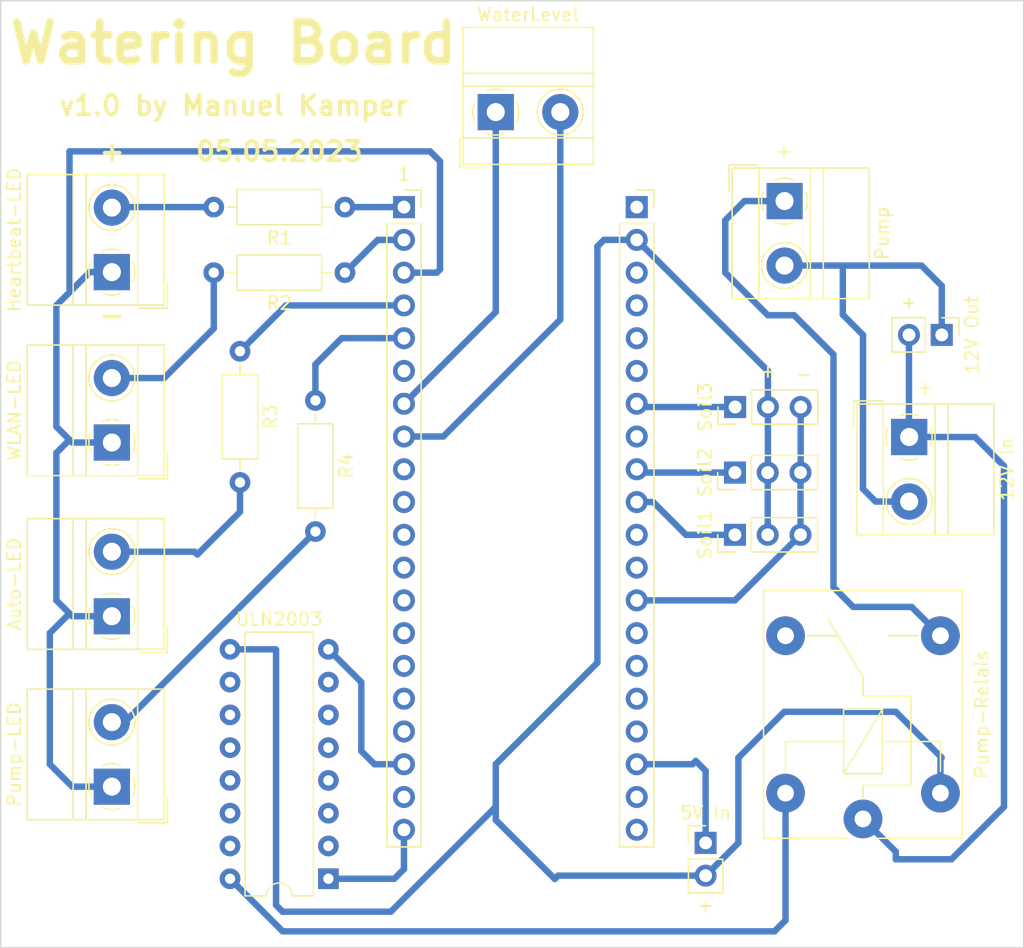
<source format=kicad_pcb>
(kicad_pcb (version 20211014) (generator pcbnew)
  (layers (0 "F.Cu" signal) (31 "B.Cu" signal) (34 "B.Paste" user) (35 "F.Paste" user) (36 "B.SilkS" user "B.Silkscreen") (37 "F.SilkS" user "F.Silkscreen") (38 "B.Mask" user) (39 "F.Mask" user) (44 "Edge.Cuts" user))
  (net 0 "")
  (net 1 "Net-(J2-Pad1)")
  (net 2 "Net-(J2-Pad2)")
  (net 5 "Net-(J2-Pad18)")
  (net 11 "Net-(J3-Pad2)")
  (net 12 "Net-(J3-Pad7)")
  (net 15 "Net-(J3-Pad9)")
  (net 25 "Net-(Pump-Relais1-Pad11)")
  (net 32 "Net-(J2-Pad4)")
  (net 33 "Net-(J2-Pad5)")
  (net 42 "Net-(5V-In1-Pad1)")
  (net 43 "Net-(J3-Pad10)")
  (net 44 "Net-(Soil1-Pad3)")
  (net 49 "Net-(J2-Pad20)")
  (net 51 "Net-(R2-Pad2)")
  (net 52 "Net-(R3-Pad2)")
  (net 53 "Net-(Pump-LED1-Pad1)")
  (net 54 "Net-(Heartbeat-LED1-Pad2)")
  (net 55 "Net-(Pump-LED1-Pad2)")
  (net 56 "Net-(Pump-Relais1-Pad14)")
  (net 57 "Net-(Pump-Relais1-PadA2)")
  (net 58 "Net-(Pumpe1-Pad2)")
  (net 59 "Net-(J2-Pad7)")
  (net 60 "Net-(J2-Pad8)")
  (footprint "TerminalBlock_MetzConnect:TerminalBlock_MetzConnect_Type011_RT05502HBWC_1x02_P5.00mm_Horizontal" (layer "F.Cu") (at 147.3 122.388 90)
    (fp_text reference "Pump-LED" (at 2.5 -7.56 90) (layer "F.SilkS"))
    (fp_text value "Screw_Terminal_01x02" hide)
    (fp_line (start -2.8 4.3) (end -0.8 4.3) (layer "F.SilkS") (width 0.12))
    (fp_line (start -2.56 -6.56) (end 7.56 -6.56) (layer "F.SilkS") (width 0.12))
    (fp_line (start -2.56 2) (end 7.56 2) (layer "F.SilkS") (width 0.12))
    (fp_line (start -2.56 -2) (end 7.56 -2) (layer "F.SilkS") (width 0.12))
    (fp_line (start -2.56 4.06) (end 7.56 4.06) (layer "F.SilkS") (width 0.12))
    (fp_line (start 3.7 1.083) (end 3.65 1.133) (layer "F.SilkS") (width 0.12))
    (fp_line (start 7.56 -6.56) (end 7.56 4.06) (layer "F.SilkS") (width 0.12))
    (fp_line (start -2.8 2.06) (end -2.8 4.3) (layer "F.SilkS") (width 0.12))
    (fp_line (start -2.56 -6.56) (end -2.56 4.06) (layer "F.SilkS") (width 0.12))
    (fp_line (start -2.56 -3) (end 7.56 -3) (layer "F.SilkS") (width 0.12))
    (fp_line (start 6.35 -1.133) (end 6.301 -1.083) (layer "F.SilkS") (width 0.12))
    (fp_line (start 6.133 -1.35) (end 6.108 -1.326) (layer "F.SilkS") (width 0.12))
    (fp_line (start 3.892 1.325) (end 3.868 1.35) (layer "F.SilkS") (width 0.12))
    (fp_arc (start -1.639206 0.695516) (mid -1.780657 -0.000263) (end -1.639 -0.696) (layer "F.SilkS") (width 0.12))
    (fp_arc (start 0.695501 1.638499) (mid 0.354875 1.744266) (end 0 1.78) (layer "F.SilkS") (width 0.12))
    (fp_arc (start 1.639206 -0.695516) (mid 1.780657 0.000263) (end 1.639 0.696) (layer "F.SilkS") (width 0.12))
    (fp_arc (start -0.695516 -1.639206) (mid 0.000263 -1.780657) (end 0.696 -1.639) (layer "F.SilkS") (width 0.12))
    (fp_arc (start 0.030814 1.78039) (mid -0.340023 1.747891) (end -0.696 1.639) (layer "F.SilkS") (width 0.12))
    (fp_circle (center 5 0) (end 6.78 0) (layer "F.SilkS") (width 0.12) (fill none))
    (pad "1" thru_hole rect (at 0 0 90) (size 2.8 2.8) (drill 1.4) (layers *.Cu *.Mask) (net 53 "Net-(Pump-LED1-Pad1)"))
    (pad "2" thru_hole circle (at 5 0 90) (size 2.8 2.8) (drill 1.4) (layers *.Cu *.Mask) (net 55 "Net-(Pump-LED1-Pad2)"))
  )
  (footprint "Resistor_THT:R_Axial_DIN0207_L6.3mm_D2.5mm_P10.16mm_Horizontal" (layer "F.Cu") (at 163.068 92.456 -90)
    (fp_text reference "R4" (at 5.08 -2.37 -270) (layer "F.SilkS"))
    (fp_text value "R" hide)
    (fp_line (start 8.35 1.37) (end 8.35 -1.37) (layer "F.SilkS") (width 0.12))
    (fp_line (start 9.12 0) (end 8.35 0) (layer "F.SilkS") (width 0.12))
    (fp_line (start 1.04 0) (end 1.81 0) (layer "F.SilkS") (width 0.12))
    (fp_line (start 1.81 1.37) (end 8.35 1.37) (layer "F.SilkS") (width 0.12))
    (fp_line (start 1.81 -1.37) (end 1.81 1.37) (layer "F.SilkS") (width 0.12))
    (fp_line (start 8.35 -1.37) (end 1.81 -1.37) (layer "F.SilkS") (width 0.12))
    (pad "1" thru_hole circle (at 0 0 270) (size 1.6 1.6) (drill 0.8) (layers *.Cu *.Mask) (net 33 "Net-(J2-Pad5)"))
    (pad "2" thru_hole oval (at 10.16 0 270) (size 1.6 1.6) (drill 0.8) (layers *.Cu *.Mask) (net 55 "Net-(Pump-LED1-Pad2)"))
  )
  (footprint "Connector_PinHeader_2.54mm:PinHeader_1x02_P2.54mm_Vertical" (layer "F.Cu") (at 193.294 126.746)
    (fp_text reference "5V In" (at 0 -2.33) (layer "F.SilkS"))
    (fp_text value "Conn_01x02_Male" hide)
    (fp_line (start -1.33 1.27) (end 1.33 1.27) (layer "F.SilkS") (width 0.12))
    (fp_line (start -1.33 -1.33) (end 0 -1.33) (layer "F.SilkS") (width 0.12))
    (fp_line (start 1.33 1.27) (end 1.33 3.87) (layer "F.SilkS") (width 0.12))
    (fp_line (start -1.33 3.87) (end 1.33 3.87) (layer "F.SilkS") (width 0.12))
    (fp_line (start -1.33 0) (end -1.33 -1.33) (layer "F.SilkS") (width 0.12))
    (fp_line (start -1.33 1.27) (end -1.33 3.87) (layer "F.SilkS") (width 0.12))
    (pad "1" thru_hole rect (at 0 0) (size 1.7 1.7) (drill 1) (layers *.Cu *.Mask) (net 42 "Net-(5V-In1-Pad1)"))
    (pad "2" thru_hole oval (at 0 2.54) (size 1.7 1.7) (drill 1) (layers *.Cu *.Mask) (net 11 "Net-(J3-Pad2)"))
  )
  (footprint "Package_DIP:DIP-16_W7.62mm" (layer "F.Cu") (at 164.074 129.525 180)
    (fp_text reference "U2" hide)
    (fp_text value "ULN2003" (at 3.81 20.11) (layer "F.SilkS"))
    (fp_line (start 1.16 19.11) (end 6.46 19.11) (layer "F.SilkS") (width 0.12))
    (fp_line (start 6.46 -1.33) (end 4.81 -1.33) (layer "F.SilkS") (width 0.12))
    (fp_line (start 2.81 -1.33) (end 1.16 -1.33) (layer "F.SilkS") (width 0.12))
    (fp_line (start 1.16 -1.33) (end 1.16 19.11) (layer "F.SilkS") (width 0.12))
    (fp_line (start 6.46 19.11) (end 6.46 -1.33) (layer "F.SilkS") (width 0.12))
    (fp_arc (start 4.81 -1.33) (mid 3.81 -0.33) (end 2.81 -1.33) (layer "F.SilkS") (width 0.12))
    (pad "1" thru_hole rect (at 0 0 180) (size 1.6 1.6) (drill 0.8) (layers *.Cu *.Mask) (net 49 "Net-(J2-Pad20)"))
    (pad "2" thru_hole oval (at 0 2.54 180) (size 1.6 1.6) (drill 0.8) (layers *.Cu *.Mask))
    (pad "3" thru_hole oval (at 0 5.08 180) (size 1.6 1.6) (drill 0.8) (layers *.Cu *.Mask))
    (pad "4" thru_hole oval (at 0 7.62 180) (size 1.6 1.6) (drill 0.8) (layers *.Cu *.Mask))
    (pad "5" thru_hole oval (at 0 10.16 180) (size 1.6 1.6) (drill 0.8) (layers *.Cu *.Mask))
    (pad "6" thru_hole oval (at 0 12.7 180) (size 1.6 1.6) (drill 0.8) (layers *.Cu *.Mask))
    (pad "7" thru_hole oval (at 0 15.24 180) (size 1.6 1.6) (drill 0.8) (layers *.Cu *.Mask))
    (pad "8" thru_hole oval (at 0 17.78 180) (size 1.6 1.6) (drill 0.8) (layers *.Cu *.Mask) (net 5 "Net-(J2-Pad18)"))
    (pad "9" thru_hole oval (at 7.62 17.78 180) (size 1.6 1.6) (drill 0.8) (layers *.Cu *.Mask) (net 11 "Net-(J3-Pad2)"))
    (pad "10" thru_hole oval (at 7.62 15.24 180) (size 1.6 1.6) (drill 0.8) (layers *.Cu *.Mask))
    (pad "11" thru_hole oval (at 7.62 12.7 180) (size 1.6 1.6) (drill 0.8) (layers *.Cu *.Mask))
    (pad "12" thru_hole oval (at 7.62 10.16 180) (size 1.6 1.6) (drill 0.8) (layers *.Cu *.Mask))
    (pad "13" thru_hole oval (at 7.62 7.62 180) (size 1.6 1.6) (drill 0.8) (layers *.Cu *.Mask))
    (pad "14" thru_hole oval (at 7.62 5.08 180) (size 1.6 1.6) (drill 0.8) (layers *.Cu *.Mask))
    (pad "15" thru_hole oval (at 7.62 2.54 180) (size 1.6 1.6) (drill 0.8) (layers *.Cu *.Mask))
    (pad "16" thru_hole oval (at 7.62 0 180) (size 1.6 1.6) (drill 0.8) (layers *.Cu *.Mask) (net 57 "Net-(Pump-Relais1-PadA2)"))
  )
  (footprint "TerminalBlock_MetzConnect:TerminalBlock_MetzConnect_Type011_RT05502HBWC_1x02_P5.00mm_Horizontal" (layer "F.Cu") (at 147.3 82.51 90)
    (fp_text reference "Heartbeat-LED" (at 2.5 -7.56 90) (layer "F.SilkS"))
    (fp_text value "Screw_Terminal_01x02" hide)
    (fp_line (start 3.7 1.083) (end 3.65 1.133) (layer "F.SilkS") (width 0.12))
    (fp_line (start 7.56 -6.56) (end 7.56 4.06) (layer "F.SilkS") (width 0.12))
    (fp_line (start 6.35 -1.133) (end 6.301 -1.083) (layer "F.SilkS") (width 0.12))
    (fp_line (start -2.56 -6.56) (end -2.56 4.06) (layer "F.SilkS") (width 0.12))
    (fp_line (start -2.8 2.06) (end -2.8 4.3) (layer "F.SilkS") (width 0.12))
    (fp_line (start 3.892 1.325) (end 3.868 1.35) (layer "F.SilkS") (width 0.12))
    (fp_line (start -2.56 -2) (end 7.56 -2) (layer "F.SilkS") (width 0.12))
    (fp_line (start -2.56 2) (end 7.56 2) (layer "F.SilkS") (width 0.12))
    (fp_line (start -2.56 -3) (end 7.56 -3) (layer "F.SilkS") (width 0.12))
    (fp_line (start -2.56 4.06) (end 7.56 4.06) (layer "F.SilkS") (width 0.12))
    (fp_line (start -2.56 -6.56) (end 7.56 -6.56) (layer "F.SilkS") (width 0.12))
    (fp_line (start -2.8 4.3) (end -0.8 4.3) (layer "F.SilkS") (width 0.12))
    (fp_line (start 6.133 -1.35) (end 6.108 -1.326) (layer "F.SilkS") (width 0.12))
    (fp_arc (start 0.695501 1.638499) (mid 0.354875 1.744266) (end 0 1.78) (layer "F.SilkS") (width 0.12))
    (fp_arc (start 1.639206 -0.695516) (mid 1.780657 0.000263) (end 1.639 0.696) (layer "F.SilkS") (width 0.12))
    (fp_arc (start 0.030814 1.78039) (mid -0.340023 1.747891) (end -0.696 1.639) (layer "F.SilkS") (width 0.12))
    (fp_arc (start -1.639206 0.695516) (mid -1.780657 -0.000263) (end -1.639 -0.696) (layer "F.SilkS") (width 0.12))
    (fp_arc (start -0.695516 -1.639206) (mid 0.000263 -1.780657) (end 0.696 -1.639) (layer "F.SilkS") (width 0.12))
    (fp_circle (center 5 0) (end 6.78 0) (layer "F.SilkS") (width 0.12) (fill none))
    (pad "1" thru_hole rect (at 0 0 90) (size 2.8 2.8) (drill 1.4) (layers *.Cu *.Mask) (net 53 "Net-(Pump-LED1-Pad1)"))
    (pad "2" thru_hole circle (at 5 0 90) (size 2.8 2.8) (drill 1.4) (layers *.Cu *.Mask) (net 54 "Net-(Heartbeat-LED1-Pad2)"))
  )
  (footprint "Connector_PinHeader_2.54mm:PinHeader_1x02_P2.54mm_Vertical" (layer "F.Cu") (at 211.587 87.376 -90)
    (fp_text reference "12V Out" (at 0 -2.33 90) (layer "F.SilkS"))
    (fp_text value "Conn_01x02_Male" hide)
    (fp_line (start -1.33 1.27) (end 1.33 1.27) (layer "F.SilkS") (width 0.12))
    (fp_line (start -1.33 3.87) (end 1.33 3.87) (layer "F.SilkS") (width 0.12))
    (fp_line (start 1.33 1.27) (end 1.33 3.87) (layer "F.SilkS") (width 0.12))
    (fp_line (start -1.33 1.27) (end -1.33 3.87) (layer "F.SilkS") (width 0.12))
    (fp_line (start -1.33 -1.33) (end 0 -1.33) (layer "F.SilkS") (width 0.12))
    (fp_line (start -1.33 0) (end -1.33 -1.33) (layer "F.SilkS") (width 0.12))
    (pad "1" thru_hole rect (at 0 0 270) (size 1.7 1.7) (drill 1) (layers *.Cu *.Mask) (net 58 "Net-(Pumpe1-Pad2)"))
    (pad "2" thru_hole oval (at 0 2.54 270) (size 1.7 1.7) (drill 1) (layers *.Cu *.Mask) (net 25 "Net-(Pump-Relais1-Pad11)"))
  )
  (footprint "Relay_THT:Relay_SPDT_Finder_36.11" (layer "F.Cu") (at 205.486 124.89 90)
    (fp_text reference "Pump-Relais" (at 8.1 9.2 90) (layer "F.SilkS"))
    (fp_text value "FINDER-36.11" hide)
    (fp_line (start 17.7 7.7) (end -1.5 7.7) (layer "F.SilkS") (width 0.12))
    (fp_line (start 6 -6) (end 6 -1.5) (layer "F.SilkS") (width 0.12))
    (fp_line (start 8.5 1.5) (end 3.5 1.5) (layer "F.SilkS") (width 0.12))
    (fp_line (start 8.5 1.5) (end 3.5 -1.5) (layer "F.SilkS") (width 0.12))
    (fp_line (start -1.5 -7.7) (end -1.5 -1.2) (layer "F.SilkS") (width 0.12))
    (fp_line (start -1.5 -7.7) (end 17.7 -7.7) (layer "F.SilkS") (width 0.12))
    (fp_line (start 6 1.5) (end 6 6) (layer "F.SilkS") (width 0.12))
    (fp_line (start 3.7 6) (end 6 6) (layer "F.SilkS") (width 0.12))
    (fp_line (start 9.5 3.7) (end 2.6 3.7) (layer "F.SilkS") (width 0.12))
    (fp_line (start 9.5 0) (end 11 0) (layer "F.SilkS") (width 0.12))
    (fp_line (start 3.5 1.5) (end 3.5 -1.5) (layer "F.SilkS") (width 0.12))
    (fp_line (start 6 -6) (end 3.7 -6) (layer "F.SilkS") (width 0.12))
    (fp_line (start 17.7 -7.7) (end 17.7 7.7) (layer "F.SilkS") (width 0.12))
    (fp_line (start 14.2 4.3) (end 14.2 2) (layer "F.SilkS") (width 0.12))
    (fp_line (start 2.6 0) (end 1.7 0) (layer "F.SilkS") (width 0.12))
    (fp_line (start 3.5 -1.5) (end 8.5 -1.5) (layer "F.SilkS") (width 0.12))
    (fp_line (start -1.5 1.2) (end -1.5 7.7) (layer "F.SilkS") (width 0.12))
    (fp_line (start 11 0) (end 15.5 -2.7) (layer "F.SilkS") (width 0.12))
    (fp_line (start 2.6 0) (end 2.6 3.7) (layer "F.SilkS") (width 0.12))
    (fp_line (start 9.5 0) (end 9.5 3.7) (layer "F.SilkS") (width 0.12))
    (fp_line (start 14.2 -4.3) (end 14.2 -2) (layer "F.SilkS") (width 0.12))
    (fp_line (start 8.5 -1.5) (end 8.5 1.5) (layer "F.SilkS") (width 0.12))
    (pad "11" thru_hole circle (at 0 0 90) (size 3 3) (drill 1.3) (layers *.Cu *.Mask) (net 25 "Net-(Pump-Relais1-Pad11)"))
    (pad "12" thru_hole circle (at 14.2 -6 90) (size 3 3) (drill 1.3) (layers *.Cu *.Mask))
    (pad "14" thru_hole circle (at 14.2 6 90) (size 3 3) (drill 1.3) (layers *.Cu *.Mask) (net 56 "Net-(Pump-Relais1-Pad14)"))
    (pad "A1" thru_hole circle (at 2 6 90) (size 3 3) (drill 1.3) (layers *.Cu *.Mask) (net 11 "Net-(J3-Pad2)"))
    (pad "A2" thru_hole circle (at 2 -6 90) (size 3 3) (drill 1.3) (layers *.Cu *.Mask) (net 57 "Net-(Pump-Relais1-PadA2)"))
  )
  (footprint "Resistor_THT:R_Axial_DIN0207_L6.3mm_D2.5mm_P10.16mm_Horizontal" (layer "F.Cu") (at 165.354 77.47 180)
    (fp_text reference "R1" (at 5.08 -2.37) (layer "F.SilkS"))
    (fp_text value "R" hide)
    (fp_line (start 1.04 0) (end 1.81 0) (layer "F.SilkS") (width 0.12))
    (fp_line (start 1.81 1.37) (end 8.35 1.37) (layer "F.SilkS") (width 0.12))
    (fp_line (start 1.81 -1.37) (end 1.81 1.37) (layer "F.SilkS") (width 0.12))
    (fp_line (start 8.35 -1.37) (end 1.81 -1.37) (layer "F.SilkS") (width 0.12))
    (fp_line (start 8.35 1.37) (end 8.35 -1.37) (layer "F.SilkS") (width 0.12))
    (fp_line (start 9.12 0) (end 8.35 0) (layer "F.SilkS") (width 0.12))
    (pad "1" thru_hole circle (at 0 0 180) (size 1.6 1.6) (drill 0.8) (layers *.Cu *.Mask) (net 1 "Net-(J2-Pad1)"))
    (pad "2" thru_hole oval (at 10.16 0 180) (size 1.6 1.6) (drill 0.8) (layers *.Cu *.Mask) (net 54 "Net-(Heartbeat-LED1-Pad2)"))
  )
  (footprint "TerminalBlock_MetzConnect:TerminalBlock_MetzConnect_Type011_RT05502HBWC_1x02_P5.00mm_Horizontal" (layer "F.Cu") (at 199.41 77.002 -90)
    (fp_text reference "Pump" (at 2.5 -7.56 90) (layer "F.SilkS"))
    (fp_text value "Screw_Terminal_01x02" hide)
    (fp_line (start 7.56 -6.56) (end 7.56 4.06) (layer "F.SilkS") (width 0.12))
    (fp_line (start -2.56 -2) (end 7.56 -2) (layer "F.SilkS") (width 0.12))
    (fp_line (start -2.56 2) (end 7.56 2) (layer "F.SilkS") (width 0.12))
    (fp_line (start -2.56 -3) (end 7.56 -3) (layer "F.SilkS") (width 0.12))
    (fp_line (start 3.892 1.325) (end 3.868 1.35) (layer "F.SilkS") (width 0.12))
    (fp_line (start 6.35 -1.133) (end 6.301 -1.083) (layer "F.SilkS") (width 0.12))
    (fp_line (start 3.7 1.083) (end 3.65 1.133) (layer "F.SilkS") (width 0.12))
    (fp_line (start -2.8 2.06) (end -2.8 4.3) (layer "F.SilkS") (width 0.12))
    (fp_line (start -2.56 4.06) (end 7.56 4.06) (layer "F.SilkS") (width 0.12))
    (fp_line (start -2.56 -6.56) (end 7.56 -6.56) (layer "F.SilkS") (width 0.12))
    (fp_line (start -2.56 -6.56) (end -2.56 4.06) (layer "F.SilkS") (width 0.12))
    (fp_line (start -2.8 4.3) (end -0.8 4.3) (layer "F.SilkS") (width 0.12))
    (fp_line (start 6.133 -1.35) (end 6.108 -1.326) (layer "F.SilkS") (width 0.12))
    (fp_arc (start -0.695516 -1.639206) (mid 0.000263 -1.780657) (end 0.696 -1.639) (layer "F.SilkS") (width 0.12))
    (fp_arc (start -1.639206 0.695516) (mid -1.780657 -0.000263) (end -1.639 -0.696) (layer "F.SilkS") (width 0.12))
    (fp_arc (start 0.695501 1.638499) (mid 0.354875 1.744266) (end 0 1.78) (layer "F.SilkS") (width 0.12))
    (fp_arc (start 1.639206 -0.695516) (mid 1.780657 0.000263) (end 1.639 0.696) (layer "F.SilkS") (width 0.12))
    (fp_arc (start 0.030814 1.78039) (mid -0.340023 1.747891) (end -0.696 1.639) (layer "F.SilkS") (width 0.12))
    (fp_circle (center 5 0) (end 6.78 0) (layer "F.SilkS") (width 0.12) (fill none))
    (pad "1" thru_hole rect (at 0 0 270) (size 2.8 2.8) (drill 1.4) (layers *.Cu *.Mask) (net 56 "Net-(Pump-Relais1-Pad14)"))
    (pad "2" thru_hole circle (at 5 0 270) (size 2.8 2.8) (drill 1.4) (layers *.Cu *.Mask) (net 58 "Net-(Pumpe1-Pad2)"))
  )
  (footprint "TerminalBlock_MetzConnect:TerminalBlock_MetzConnect_Type011_RT05502HBWC_1x02_P5.00mm_Horizontal" (layer "F.Cu") (at 147.3 109.18 90)
    (fp_text reference "Auto-LED" (at 2.5 -7.56 90) (layer "F.SilkS"))
    (fp_text value "Screw_Terminal_01x02" hide)
    (fp_line (start -2.56 -6.56) (end -2.56 4.06) (layer "F.SilkS") (width 0.12))
    (fp_line (start -2.8 4.3) (end -0.8 4.3) (layer "F.SilkS") (width 0.12))
    (fp_line (start -2.56 -2) (end 7.56 -2) (layer "F.SilkS") (width 0.12))
    (fp_line (start 7.56 -6.56) (end 7.56 4.06) (layer "F.SilkS") (width 0.12))
    (fp_line (start 3.892 1.325) (end 3.868 1.35) (layer "F.SilkS") (width 0.12))
    (fp_line (start -2.8 2.06) (end -2.8 4.3) (layer "F.SilkS") (width 0.12))
    (fp_line (start -2.56 4.06) (end 7.56 4.06) (layer "F.SilkS") (width 0.12))
    (fp_line (start 6.133 -1.35) (end 6.108 -1.326) (layer "F.SilkS") (width 0.12))
    (fp_line (start 3.7 1.083) (end 3.65 1.133) (layer "F.SilkS") (width 0.12))
    (fp_line (start -2.56 2) (end 7.56 2) (layer "F.SilkS") (width 0.12))
    (fp_line (start -2.56 -6.56) (end 7.56 -6.56) (layer "F.SilkS") (width 0.12))
    (fp_line (start -2.56 -3) (end 7.56 -3) (layer "F.SilkS") (width 0.12))
    (fp_line (start 6.35 -1.133) (end 6.301 -1.083) (layer "F.SilkS") (width 0.12))
    (fp_arc (start 1.639206 -0.695516) (mid 1.780657 0.000263) (end 1.639 0.696) (layer "F.SilkS") (width 0.12))
    (fp_arc (start 0.695501 1.638499) (mid 0.354875 1.744266) (end 0 1.78) (layer "F.SilkS") (width 0.12))
    (fp_arc (start -0.695516 -1.639206) (mid 0.000263 -1.780657) (end 0.696 -1.639) (layer "F.SilkS") (width 0.12))
    (fp_arc (start 0.030814 1.78039) (mid -0.340023 1.747891) (end -0.696 1.639) (layer "F.SilkS") (width 0.12))
    (fp_arc (start -1.639206 0.695516) (mid -1.780657 -0.000263) (end -1.639 -0.696) (layer "F.SilkS") (width 0.12))
    (fp_circle (center 5 0) (end 6.78 0) (layer "F.SilkS") (width 0.12) (fill none))
    (pad "1" thru_hole rect (at 0 0 90) (size 2.8 2.8) (drill 1.4) (layers *.Cu *.Mask) (net 53 "Net-(Pump-LED1-Pad1)"))
    (pad "2" thru_hole circle (at 5 0 90) (size 2.8 2.8) (drill 1.4) (layers *.Cu *.Mask) (net 52 "Net-(R3-Pad2)"))
  )
  (footprint "Connector_PinSocket_2.54mm:PinSocket_1x20_P2.54mm_Vertical" (layer "F.Cu") (at 169.926 77.47)
    (fp_text reference "J2" hide)
    (fp_text value "Conn_01x20_Male" hide)
    (fp_line (start -1.33 1.27) (end -1.33 49.59) (layer "F.SilkS") (width 0.12))
    (fp_line (start 0 -1.33) (end 1.33 -1.33) (layer "F.SilkS") (width 0.12))
    (fp_line (start 1.33 1.27) (end 1.33 49.59) (layer "F.SilkS") (width 0.12))
    (fp_line (start 1.33 -1.33) (end 1.33 0) (layer "F.SilkS") (width 0.12))
    (fp_line (start -1.33 1.27) (end 1.33 1.27) (layer "F.SilkS") (width 0.12))
    (fp_line (start -1.33 49.59) (end 1.33 49.59) (layer "F.SilkS") (width 0.12))
    (pad "1" thru_hole rect (at 0 0) (size 1.7 1.7) (drill 1) (layers *.Cu *.Mask) (net 1 "Net-(J2-Pad1)"))
    (pad "2" thru_hole oval (at 0 2.54) (size 1.7 1.7) (drill 1) (layers *.Cu *.Mask) (net 2 "Net-(J2-Pad2)"))
    (pad "3" thru_hole oval (at 0 5.08) (size 1.7 1.7) (drill 1) (layers *.Cu *.Mask) (net 53 "Net-(Pump-LED1-Pad1)"))
    (pad "4" thru_hole oval (at 0 7.62) (size 1.7 1.7) (drill 1) (layers *.Cu *.Mask) (net 32 "Net-(J2-Pad4)"))
    (pad "5" thru_hole oval (at 0 10.16) (size 1.7 1.7) (drill 1) (layers *.Cu *.Mask) (net 33 "Net-(J2-Pad5)"))
    (pad "6" thru_hole oval (at 0 12.7) (size 1.7 1.7) (drill 1) (layers *.Cu *.Mask))
    (pad "7" thru_hole oval (at 0 15.24) (size 1.7 1.7) (drill 1) (layers *.Cu *.Mask) (net 59 "Net-(J2-Pad7)"))
    (pad "8" thru_hole oval (at 0 17.78) (size 1.7 1.7) (drill 1) (layers *.Cu *.Mask) (net 60 "Net-(J2-Pad8)"))
    (pad "9" thru_hole oval (at 0 20.32) (size 1.7 1.7) (drill 1) (layers *.Cu *.Mask))
    (pad "10" thru_hole oval (at 0 22.86) (size 1.7 1.7) (drill 1) (layers *.Cu *.Mask))
    (pad "11" thru_hole oval (at 0 25.4) (size 1.7 1.7) (drill 1) (layers *.Cu *.Mask))
    (pad "12" thru_hole oval (at 0 27.94) (size 1.7 1.7) (drill 1) (layers *.Cu *.Mask))
    (pad "13" thru_hole oval (at 0 30.48) (size 1.7 1.7) (drill 1) (layers *.Cu *.Mask))
    (pad "14" thru_hole oval (at 0 33.02) (size 1.7 1.7) (drill 1) (layers *.Cu *.Mask))
    (pad "15" thru_hole oval (at 0 35.56) (size 1.7 1.7) (drill 1) (layers *.Cu *.Mask))
    (pad "16" thru_hole oval (at 0 38.1) (size 1.7 1.7) (drill 1) (layers *.Cu *.Mask))
    (pad "17" thru_hole oval (at 0 40.64) (size 1.7 1.7) (drill 1) (layers *.Cu *.Mask))
    (pad "18" thru_hole oval (at 0 43.18) (size 1.7 1.7) (drill 1) (layers *.Cu *.Mask) (net 5 "Net-(J2-Pad18)"))
    (pad "19" thru_hole oval (at 0 45.72) (size 1.7 1.7) (drill 1) (layers *.Cu *.Mask))
    (pad "20" thru_hole oval (at 0 48.26) (size 1.7 1.7) (drill 1) (layers *.Cu *.Mask) (net 49 "Net-(J2-Pad20)"))
  )
  (footprint "Connector_PinHeader_2.54mm:PinHeader_1x03_P2.54mm_Vertical" (layer "F.Cu") (at 195.565 98.044 90)
    (fp_text reference "Soil2" (at 0 -2.33 90) (layer "F.SilkS"))
    (fp_text value "Conn_01x03_Male" hide)
    (fp_line (start -1.33 0) (end -1.33 -1.33) (layer "F.SilkS") (width 0.12))
    (fp_line (start -1.33 1.27) (end -1.33 6.41) (layer "F.SilkS") (width 0.12))
    (fp_line (start 1.33 1.27) (end 1.33 6.41) (layer "F.SilkS") (width 0.12))
    (fp_line (start -1.33 1.27) (end 1.33 1.27) (layer "F.SilkS") (width 0.12))
    (fp_line (start -1.33 -1.33) (end 0 -1.33) (layer "F.SilkS") (width 0.12))
    (fp_line (start -1.33 6.41) (end 1.33 6.41) (layer "F.SilkS") (width 0.12))
    (pad "1" thru_hole rect (at 0 0 90) (size 1.7 1.7) (drill 1) (layers *.Cu *.Mask) (net 15 "Net-(J3-Pad9)"))
    (pad "2" thru_hole oval (at 0 2.54 90) (size 1.7 1.7) (drill 1) (layers *.Cu *.Mask) (net 11 "Net-(J3-Pad2)"))
    (pad "3" thru_hole oval (at 0 5.08 90) (size 1.7 1.7) (drill 1) (layers *.Cu *.Mask) (net 44 "Net-(Soil1-Pad3)"))
  )
  (footprint "Connector_PinHeader_2.54mm:PinHeader_1x03_P2.54mm_Vertical" (layer "F.Cu") (at 195.565 102.87 90)
    (fp_text reference "Soil1" (at 0 -2.33 90) (layer "F.SilkS"))
    (fp_text value "Conn_01x03_Male" hide)
    (fp_line (start -1.33 1.27) (end -1.33 6.41) (layer "F.SilkS") (width 0.12))
    (fp_line (start -1.33 1.27) (end 1.33 1.27) (layer "F.SilkS") (width 0.12))
    (fp_line (start -1.33 6.41) (end 1.33 6.41) (layer "F.SilkS") (width 0.12))
    (fp_line (start -1.33 -1.33) (end 0 -1.33) (layer "F.SilkS") (width 0.12))
    (fp_line (start 1.33 1.27) (end 1.33 6.41) (layer "F.SilkS") (width 0.12))
    (fp_line (start -1.33 0) (end -1.33 -1.33) (layer "F.SilkS") (width 0.12))
    (pad "1" thru_hole rect (at 0 0 90) (size 1.7 1.7) (drill 1) (layers *.Cu *.Mask) (net 43 "Net-(J3-Pad10)"))
    (pad "2" thru_hole oval (at 0 2.54 90) (size 1.7 1.7) (drill 1) (layers *.Cu *.Mask) (net 11 "Net-(J3-Pad2)"))
    (pad "3" thru_hole oval (at 0 5.08 90) (size 1.7 1.7) (drill 1) (layers *.Cu *.Mask) (net 44 "Net-(Soil1-Pad3)"))
  )
  (footprint "Connector_PinHeader_2.54mm:PinHeader_1x03_P2.54mm_Vertical" (layer "F.Cu") (at 195.58 92.964 90)
    (fp_text reference "Soil3" (at 0 -2.33 90) (layer "F.SilkS"))
    (fp_text value "Conn_01x03_Male" hide)
    (fp_line (start 1.33 1.27) (end 1.33 6.41) (layer "F.SilkS") (width 0.12))
    (fp_line (start -1.33 0) (end -1.33 -1.33) (layer "F.SilkS") (width 0.12))
    (fp_line (start -1.33 -1.33) (end 0 -1.33) (layer "F.SilkS") (width 0.12))
    (fp_line (start -1.33 1.27) (end -1.33 6.41) (layer "F.SilkS") (width 0.12))
    (fp_line (start -1.33 1.27) (end 1.33 1.27) (layer "F.SilkS") (width 0.12))
    (fp_line (start -1.33 6.41) (end 1.33 6.41) (layer "F.SilkS") (width 0.12))
    (pad "1" thru_hole rect (at 0 0 90) (size 1.7 1.7) (drill 1) (layers *.Cu *.Mask) (net 12 "Net-(J3-Pad7)"))
    (pad "2" thru_hole oval (at 0 2.54 90) (size 1.7 1.7) (drill 1) (layers *.Cu *.Mask) (net 11 "Net-(J3-Pad2)"))
    (pad "3" thru_hole oval (at 0 5.08 90) (size 1.7 1.7) (drill 1) (layers *.Cu *.Mask) (net 44 "Net-(Soil1-Pad3)"))
  )
  (footprint "Resistor_THT:R_Axial_DIN0207_L6.3mm_D2.5mm_P10.16mm_Horizontal" (layer "F.Cu") (at 165.354 82.55 180)
    (fp_text reference "R2" (at 5.08 -2.37) (layer "F.SilkS"))
    (fp_text value "R" hide)
    (fp_line (start 1.04 0) (end 1.81 0) (layer "F.SilkS") (width 0.12))
    (fp_line (start 8.35 -1.37) (end 1.81 -1.37) (layer "F.SilkS") (width 0.12))
    (fp_line (start 1.81 -1.37) (end 1.81 1.37) (layer "F.SilkS") (width 0.12))
    (fp_line (start 8.35 1.37) (end 8.35 -1.37) (layer "F.SilkS") (width 0.12))
    (fp_line (start 9.12 0) (end 8.35 0) (layer "F.SilkS") (width 0.12))
    (fp_line (start 1.81 1.37) (end 8.35 1.37) (layer "F.SilkS") (width 0.12))
    (pad "1" thru_hole circle (at 0 0 180) (size 1.6 1.6) (drill 0.8) (layers *.Cu *.Mask) (net 2 "Net-(J2-Pad2)"))
    (pad "2" thru_hole oval (at 10.16 0 180) (size 1.6 1.6) (drill 0.8) (layers *.Cu *.Mask) (net 51 "Net-(R2-Pad2)"))
  )
  (footprint "Resistor_THT:R_Axial_DIN0207_L6.3mm_D2.5mm_P10.16mm_Horizontal" (layer "F.Cu") (at 157.226 88.646 -90)
    (fp_text reference "R3" (at 5.08 -2.37 -270) (layer "F.SilkS"))
    (fp_text value "R" hide)
    (fp_line (start 1.81 1.37) (end 8.35 1.37) (layer "F.SilkS") (width 0.12))
    (fp_line (start 1.81 -1.37) (end 1.81 1.37) (layer "F.SilkS") (width 0.12))
    (fp_line (start 1.04 0) (end 1.81 0) (layer "F.SilkS") (width 0.12))
    (fp_line (start 8.35 1.37) (end 8.35 -1.37) (layer "F.SilkS") (width 0.12))
    (fp_line (start 8.35 -1.37) (end 1.81 -1.37) (layer "F.SilkS") (width 0.12))
    (fp_line (start 9.12 0) (end 8.35 0) (layer "F.SilkS") (width 0.12))
    (pad "1" thru_hole circle (at 0 0 270) (size 1.6 1.6) (drill 0.8) (layers *.Cu *.Mask) (net 32 "Net-(J2-Pad4)"))
    (pad "2" thru_hole oval (at 10.16 0 270) (size 1.6 1.6) (drill 0.8) (layers *.Cu *.Mask) (net 52 "Net-(R3-Pad2)"))
  )
  (footprint "TerminalBlock_MetzConnect:TerminalBlock_MetzConnect_Type011_RT05502HBWC_1x02_P5.00mm_Horizontal" (layer "F.Cu") (at 209.062 95.29 -90)
    (fp_text reference "12V In" (at 2.5 -7.56 90) (layer "F.SilkS"))
    (fp_text value "Screw_Terminal_01x02" hide)
    (fp_line (start -2.56 2) (end 7.56 2) (layer "F.SilkS") (width 0.12))
    (fp_line (start -2.56 -2) (end 7.56 -2) (layer "F.SilkS") (width 0.12))
    (fp_line (start 6.133 -1.35) (end 6.108 -1.326) (layer "F.SilkS") (width 0.12))
    (fp_line (start 6.35 -1.133) (end 6.301 -1.083) (layer "F.SilkS") (width 0.12))
    (fp_line (start 7.56 -6.56) (end 7.56 4.06) (layer "F.SilkS") (width 0.12))
    (fp_line (start -2.56 4.06) (end 7.56 4.06) (layer "F.SilkS") (width 0.12))
    (fp_line (start -2.56 -3) (end 7.56 -3) (layer "F.SilkS") (width 0.12))
    (fp_line (start -2.8 4.3) (end -0.8 4.3) (layer "F.SilkS") (width 0.12))
    (fp_line (start -2.56 -6.56) (end -2.56 4.06) (layer "F.SilkS") (width 0.12))
    (fp_line (start -2.8 2.06) (end -2.8 4.3) (layer "F.SilkS") (width 0.12))
    (fp_line (start -2.56 -6.56) (end 7.56 -6.56) (layer "F.SilkS") (width 0.12))
    (fp_line (start 3.7 1.083) (end 3.65 1.133) (layer "F.SilkS") (width 0.12))
    (fp_line (start 3.892 1.325) (end 3.868 1.35) (layer "F.SilkS") (width 0.12))
    (fp_arc (start 0.030814 1.78039) (mid -0.340023 1.747891) (end -0.696 1.639) (layer "F.SilkS") (width 0.12))
    (fp_arc (start 1.639206 -0.695516) (mid 1.780657 0.000263) (end 1.639 0.696) (layer "F.SilkS") (width 0.12))
    (fp_arc (start 0.695501 1.638499) (mid 0.354875 1.744266) (end 0 1.78) (layer "F.SilkS") (width 0.12))
    (fp_arc (start -0.695516 -1.639206) (mid 0.000263 -1.780657) (end 0.696 -1.639) (layer "F.SilkS") (width 0.12))
    (fp_arc (start -1.639206 0.695516) (mid -1.780657 -0.000263) (end -1.639 -0.696) (layer "F.SilkS") (width 0.12))
    (fp_circle (center 5 0) (end 6.78 0) (layer "F.SilkS") (width 0.12) (fill none))
    (pad "1" thru_hole rect (at 0 0 270) (size 2.8 2.8) (drill 1.4) (layers *.Cu *.Mask) (net 25 "Net-(Pump-Relais1-Pad11)"))
    (pad "2" thru_hole circle (at 5 0 270) (size 2.8 2.8) (drill 1.4) (layers *.Cu *.Mask) (net 58 "Net-(Pumpe1-Pad2)"))
  )
  (footprint "TerminalBlock_MetzConnect:TerminalBlock_MetzConnect_Type011_RT05502HBWC_1x02_P5.00mm_Horizontal" (layer "F.Cu") (at 147.3 95.718 90)
    (fp_text reference "WLAN-LED" (at 2.5 -7.56 90) (layer "F.SilkS"))
    (fp_text value "Screw_Terminal_01x02" hide)
    (fp_line (start -2.56 -2) (end 7.56 -2) (layer "F.SilkS") (width 0.12))
    (fp_line (start -2.56 -3) (end 7.56 -3) (layer "F.SilkS") (width 0.12))
    (fp_line (start -2.56 -6.56) (end -2.56 4.06) (layer "F.SilkS") (width 0.12))
    (fp_line (start 6.35 -1.133) (end 6.301 -1.083) (layer "F.SilkS") (width 0.12))
    (fp_line (start -2.56 2) (end 7.56 2) (layer "F.SilkS") (width 0.12))
    (fp_line (start 6.133 -1.35) (end 6.108 -1.326) (layer "F.SilkS") (width 0.12))
    (fp_line (start 3.7 1.083) (end 3.65 1.133) (layer "F.SilkS") (width 0.12))
    (fp_line (start 3.892 1.325) (end 3.868 1.35) (layer "F.SilkS") (width 0.12))
    (fp_line (start -2.56 -6.56) (end 7.56 -6.56) (layer "F.SilkS") (width 0.12))
    (fp_line (start -2.56 4.06) (end 7.56 4.06) (layer "F.SilkS") (width 0.12))
    (fp_line (start 7.56 -6.56) (end 7.56 4.06) (layer "F.SilkS") (width 0.12))
    (fp_line (start -2.8 2.06) (end -2.8 4.3) (layer "F.SilkS") (width 0.12))
    (fp_line (start -2.8 4.3) (end -0.8 4.3) (layer "F.SilkS") (width 0.12))
    (fp_arc (start 1.639206 -0.695516) (mid 1.780657 0.000263) (end 1.639 0.696) (layer "F.SilkS") (width 0.12))
    (fp_arc (start 0.030814 1.78039) (mid -0.340023 1.747891) (end -0.696 1.639) (layer "F.SilkS") (width 0.12))
    (fp_arc (start -0.695516 -1.639206) (mid 0.000263 -1.780657) (end 0.696 -1.639) (layer "F.SilkS") (width 0.12))
    (fp_arc (start 0.695501 1.638499) (mid 0.354875 1.744266) (end 0 1.78) (layer "F.SilkS") (width 0.12))
    (fp_arc (start -1.639206 0.695516) (mid -1.780657 -0.000263) (end -1.639 -0.696) (layer "F.SilkS") (width 0.12))
    (fp_circle (center 5 0) (end 6.78 0) (layer "F.SilkS") (width 0.12) (fill none))
    (pad "1" thru_hole rect (at 0 0 90) (size 2.8 2.8) (drill 1.4) (layers *.Cu *.Mask) (net 53 "Net-(Pump-LED1-Pad1)"))
    (pad "2" thru_hole circle (at 5 0 90) (size 2.8 2.8) (drill 1.4) (layers *.Cu *.Mask) (net 51 "Net-(R2-Pad2)"))
  )
  (footprint "TerminalBlock_MetzConnect:TerminalBlock_MetzConnect_Type011_RT05502HBWC_1x02_P5.00mm_Horizontal" (layer "F.Cu") (at 177.038 70.104)
    (fp_text reference "WaterLevel" (at 2.5 -7.56) (layer "F.SilkS"))
    (fp_text value "Screw_Terminal_01x02" hide)
    (fp_line (start 6.133 -1.35) (end 6.108 -1.326) (layer "F.SilkS") (width 0.12))
    (fp_line (start -2.56 -6.56) (end -2.56 4.06) (layer "F.SilkS") (width 0.12))
    (fp_line (start -2.8 4.3) (end -0.8 4.3) (layer "F.SilkS") (width 0.12))
    (fp_line (start -2.56 -6.56) (end 7.56 -6.56) (layer "F.SilkS") (width 0.12))
    (fp_line (start 3.7 1.083) (end 3.65 1.133) (layer "F.SilkS") (width 0.12))
    (fp_line (start 3.892 1.325) (end 3.868 1.35) (layer "F.SilkS") (width 0.12))
    (fp_line (start -2.56 -3) (end 7.56 -3) (layer "F.SilkS") (width 0.12))
    (fp_line (start -2.56 4.06) (end 7.56 4.06) (layer "F.SilkS") (width 0.12))
    (fp_line (start -2.8 2.06) (end -2.8 4.3) (layer "F.SilkS") (width 0.12))
    (fp_line (start -2.56 2) (end 7.56 2) (layer "F.SilkS") (width 0.12))
    (fp_line (start 7.56 -6.56) (end 7.56 4.06) (layer "F.SilkS") (width 0.12))
    (fp_line (start 6.35 -1.133) (end 6.301 -1.083) (layer "F.SilkS") (width 0.12))
    (fp_line (start -2.56 -2) (end 7.56 -2) (layer "F.SilkS") (width 0.12))
    (fp_arc (start -0.695516 -1.639206) (mid 0.000263 -1.780657) (end 0.696 -1.639) (layer "F.SilkS") (width 0.12))
    (fp_arc (start 1.639206 -0.695516) (mid 1.780657 0.000263) (end 1.639 0.696) (layer "F.SilkS") (width 0.12))
    (fp_arc (start 0.030814 1.78039) (mid -0.340023 1.747891) (end -0.696 1.639) (layer "F.SilkS") (width 0.12))
    (fp_arc (start -1.639206 0.695516) (mid -1.780657 -0.000263) (end -1.639 -0.696) (layer "F.SilkS") (width 0.12))
    (fp_arc (start 0.695501 1.638499) (mid 0.354875 1.744266) (end 0 1.78) (layer "F.SilkS") (width 0.12))
    (fp_circle (center 5 0) (end 6.78 0) (layer "F.SilkS") (width 0.12) (fill none))
    (pad "1" thru_hole rect (at 0 0) (size 2.8 2.8) (drill 1.4) (layers *.Cu *.Mask) (net 59 "Net-(J2-Pad7)"))
    (pad "2" thru_hole circle (at 5 0) (size 2.8 2.8) (drill 1.4) (layers *.Cu *.Mask) (net 60 "Net-(J2-Pad8)"))
  )
  (footprint "Connector_PinSocket_2.54mm:PinSocket_1x20_P2.54mm_Vertical" (layer "F.Cu") (at 187.96 77.47)
    (fp_text reference "J3" hide)
    (fp_text value "Conn_01x20_Male" hide)
    (fp_line (start 0 -1.33) (end 1.33 -1.33) (layer "F.SilkS") (width 0.12))
    (fp_line (start -1.33 1.27) (end -1.33 49.59) (layer "F.SilkS") (width 0.12))
    (fp_line (start 1.33 1.27) (end 1.33 49.59) (layer "F.SilkS") (width 0.12))
    (fp_line (start -1.33 49.59) (end 1.33 49.59) (layer "F.SilkS") (width 0.12))
    (fp_line (start -1.33 1.27) (end 1.33 1.27) (layer "F.SilkS") (width 0.12))
    (fp_line (start 1.33 -1.33) (end 1.33 0) (layer "F.SilkS") (width 0.12))
    (pad "1" thru_hole rect (at 0 0) (size 1.7 1.7) (drill 1) (layers *.Cu *.Mask))
    (pad "2" thru_hole oval (at 0 2.54) (size 1.7 1.7) (drill 1) (layers *.Cu *.Mask) (net 11 "Net-(J3-Pad2)"))
    (pad "3" thru_hole oval (at 0 5.08) (size 1.7 1.7) (drill 1) (layers *.Cu *.Mask))
    (pad "4" thru_hole oval (at 0 7.62) (size 1.7 1.7) (drill 1) (layers *.Cu *.Mask))
    (pad "5" thru_hole oval (at 0 10.16) (size 1.7 1.7) (drill 1) (layers *.Cu *.Mask))
    (pad "6" thru_hole oval (at 0 12.7) (size 1.7 1.7) (drill 1) (layers *.Cu *.Mask))
    (pad "7" thru_hole oval (at 0 15.24) (size 1.7 1.7) (drill 1) (layers *.Cu *.Mask) (net 12 "Net-(J3-Pad7)"))
    (pad "8" thru_hole oval (at 0 17.78) (size 1.7 1.7) (drill 1) (layers *.Cu *.Mask))
    (pad "9" thru_hole oval (at 0 20.32) (size 1.7 1.7) (drill 1) (layers *.Cu *.Mask) (net 15 "Net-(J3-Pad9)"))
    (pad "10" thru_hole oval (at 0 22.86) (size 1.7 1.7) (drill 1) (layers *.Cu *.Mask) (net 43 "Net-(J3-Pad10)"))
    (pad "11" thru_hole oval (at 0 25.4) (size 1.7 1.7) (drill 1) (layers *.Cu *.Mask))
    (pad "12" thru_hole oval (at 0 27.94) (size 1.7 1.7) (drill 1) (layers *.Cu *.Mask))
    (pad "13" thru_hole oval (at 0 30.48) (size 1.7 1.7) (drill 1) (layers *.Cu *.Mask) (net 44 "Net-(Soil1-Pad3)"))
    (pad "14" thru_hole oval (at 0 33.02) (size 1.7 1.7) (drill 1) (layers *.Cu *.Mask))
    (pad "15" thru_hole oval (at 0 35.56) (size 1.7 1.7) (drill 1) (layers *.Cu *.Mask))
    (pad "16" thru_hole oval (at 0 38.1) (size 1.7 1.7) (drill 1) (layers *.Cu *.Mask))
    (pad "17" thru_hole oval (at 0 40.64) (size 1.7 1.7) (drill 1) (layers *.Cu *.Mask))
    (pad "18" thru_hole oval (at 0 43.18) (size 1.7 1.7) (drill 1) (layers *.Cu *.Mask) (net 42 "Net-(5V-In1-Pad1)"))
    (pad "19" thru_hole oval (at 0 45.72) (size 1.7 1.7) (drill 1) (layers *.Cu *.Mask))
    (pad "20" thru_hole oval (at 0 48.26) (size 1.7 1.7) (drill 1) (layers *.Cu *.Mask))
  )
  (gr_rect (start 138.684 61.468) (end 217.932 134.874) (layer "Edge.Cuts") (width 0.1) (fill none))
  (gr_text "Watering Board" (at 156.718 64.77) (layer "F.SilkS") (effects (font (size 3 3) (thickness 0.6))))
  (gr_text "+" (at 147.32 73.152) (layer "F.SilkS") (effects (font (size 1.5 1.5) (thickness 0.3)) (justify mirror)))
  (gr_text "+" (at 210.312 91.44) (layer "F.SilkS") (effects (font (size 1 1))))
  (gr_text "-" (at 200.914 90.424) (layer "F.SilkS") (effects (font (size 1 1))))
  (gr_text "05.05.2023" (at 160.274 73.152) (layer "F.SilkS") (effects (font (size 1.5 1.5) (thickness 0.3))))
  (gr_text "+" (at 209.042 84.836) (layer "F.SilkS") (effects (font (size 1 1))))
  (gr_text "v1.0 by Manuel Kamper" (at 156.718 69.596) (layer "F.SilkS") (effects (font (size 1.5 1.5) (thickness 0.3))))
  (gr_text "1" (at 169.926 74.93) (layer "F.SilkS") (effects (font (size 1 1))))
  (gr_text "+" (at 198.12 90.17) (layer "F.SilkS") (effects (font (size 1 1))))
  (gr_text "+" (at 193.294 131.572) (layer "F.SilkS") (effects (font (size 1 1))))
  (gr_text "+" (at 199.39 73.152) (layer "F.SilkS") (effects (font (size 1 1))))
  (gr_text "-" (at 147.32 85.852) (layer "F.SilkS") (effects (font (size 1.5 1.5) (thickness 0.3)) (justify mirror)))
  (segment (start 169.926 77.47) (end 165.354 77.47) (width 0.5) (layer "B.Cu") (net 1))
  (segment (start 169.926 80.01) (end 167.894 80.01) (width 0.5) (layer "B.Cu") (net 2))
  (segment (start 167.894 80.01) (end 165.354 82.55) (width 0.5) (layer "B.Cu") (net 2))
  (segment (start 166.624 119.634) (end 167.64 120.65) (width 0.5) (layer "B.Cu") (net 5))
  (segment (start 164.074 111.745) (end 166.624 114.295) (width 0.5) (layer "B.Cu") (net 5))
  (segment (start 166.624 114.295) (end 166.624 119.634) (width 0.5) (layer "B.Cu") (net 5))
  (segment (start 167.64 120.65) (end 169.926 120.65) (width 0.5) (layer "B.Cu") (net 5))
  (segment (start 193.294 129.286) (end 181.864 129.286) (width 0.5) (layer "B.Cu") (net 11))
  (segment (start 177.038 124.968) (end 177.038 123.698) (width 0.5) (layer "B.Cu") (net 11))
  (segment (start 198.12 98.029) (end 198.105 98.044) (width 0.25) (layer "B.Cu") (net 11))
  (segment (start 160.02 131.572) (end 160.528 132.08) (width 0.5) (layer "B.Cu") (net 11))
  (segment (start 211.486 120.238) (end 211.486 122.89) (width 0.5) (layer "B.Cu") (net 11))
  (segment (start 160.528 132.08) (end 168.91 132.08) (width 0.5) (layer "B.Cu") (net 11))
  (segment (start 195.834 126.746) (end 195.834 120.142) (width 0.5) (layer "B.Cu") (net 11))
  (segment (start 168.91 132.08) (end 177.038 123.952) (width 0.5) (layer "B.Cu") (net 11))
  (segment (start 156.454 111.745) (end 160.005 111.745) (width 0.5) (layer "B.Cu") (net 11))
  (segment (start 160.02 111.76) (end 160.02 131.572) (width 0.5) (layer "B.Cu") (net 11))
  (segment (start 198.12 92.964) (end 198.12 90.17) (width 0.5) (layer "B.Cu") (net 11))
  (segment (start 181.61 129.54) (end 177.038 124.968) (width 0.5) (layer "B.Cu") (net 11))
  (segment (start 195.834 120.142) (end 199.39 116.586) (width 0.5) (layer "B.Cu") (net 11))
  (segment (start 185.42 80.01) (end 187.96 80.01) (width 0.5) (layer "B.Cu") (net 11))
  (segment (start 198.12 92.964) (end 198.12 98.029) (width 0.5) (layer "B.Cu") (net 11))
  (segment (start 177.038 123.698) (end 177.038 120.65) (width 0.5) (layer "B.Cu") (net 11))
  (segment (start 208.026 116.586) (end 211.582 120.142) (width 0.5) (layer "B.Cu") (net 11))
  (segment (start 160.005 111.745) (end 160.02 111.76) (width 0.25) (layer "B.Cu") (net 11))
  (segment (start 177.038 120.65) (end 184.912 112.776) (width 0.5) (layer "B.Cu") (net 11))
  (segment (start 184.912 80.518) (end 185.42 80.01) (width 0.5) (layer "B.Cu") (net 11))
  (segment (start 198.12 90.17) (end 187.96 80.01) (width 0.5) (layer "B.Cu") (net 11))
  (segment (start 181.864 129.286) (end 181.61 129.54) (width 0.5) (layer "B.Cu") (net 11))
  (segment (start 193.294 129.286) (end 195.834 126.746) (width 0.5) (layer "B.Cu") (net 11))
  (segment (start 198.105 98.044) (end 198.105 102.87) (width 0.5) (layer "B.Cu") (net 11))
  (segment (start 177.038 123.952) (end 177.038 123.698) (width 0.25) (layer "B.Cu") (net 11))
  (segment (start 199.39 116.586) (end 208.026 116.586) (width 0.5) (layer "B.Cu") (net 11))
  (segment (start 184.912 112.776) (end 184.912 80.518) (width 0.5) (layer "B.Cu") (net 11))
  (segment (start 211.582 120.142) (end 211.486 120.238) (width 0.25) (layer "B.Cu") (net 11))
  (segment (start 188.214 92.964) (end 187.96 92.71) (width 0.25) (layer "B.Cu") (net 12))
  (segment (start 195.58 92.964) (end 188.214 92.964) (width 0.5) (layer "B.Cu") (net 12))
  (segment (start 188.214 98.044) (end 187.96 97.79) (width 0.25) (layer "B.Cu") (net 15))
  (segment (start 195.565 98.044) (end 188.214 98.044) (width 0.5) (layer "B.Cu") (net 15))
  (segment (start 209.047 95.275) (end 209.062 95.29) (width 0.25) (layer "B.Cu") (net 25))
  (segment (start 208.026 128.016) (end 212.344 128.016) (width 0.5) (layer "B.Cu") (net 25))
  (segment (start 216.408 97.536) (end 214.162 95.29) (width 0.5) (layer "B.Cu") (net 25))
  (segment (start 216.408 123.952) (end 216.408 97.536) (width 0.5) (layer "B.Cu") (net 25))
  (segment (start 214.162 95.29) (end 209.062 95.29) (width 0.5) (layer "B.Cu") (net 25))
  (segment (start 205.486 124.89) (end 208.026 127.43) (width 0.5) (layer "B.Cu") (net 25))
  (segment (start 209.047 87.376) (end 209.047 95.275) (width 0.5) (layer "B.Cu") (net 25))
  (segment (start 212.344 128.016) (end 216.408 123.952) (width 0.5) (layer "B.Cu") (net 25))
  (segment (start 208.026 127.43) (end 208.026 128.016) (width 0.5) (layer "B.Cu") (net 25))
  (segment (start 160.782 85.09) (end 157.226 88.646) (width 0.5) (layer "B.Cu") (net 32))
  (segment (start 169.926 85.09) (end 160.782 85.09) (width 0.5) (layer "B.Cu") (net 32))
  (segment (start 163.068 89.662) (end 165.1 87.63) (width 0.5) (layer "B.Cu") (net 33))
  (segment (start 165.1 87.63) (end 169.926 87.63) (width 0.5) (layer "B.Cu") (net 33))
  (segment (start 163.068 92.456) (end 163.068 89.662) (width 0.5) (layer "B.Cu") (net 33))
  (segment (start 193.294 121.158) (end 193.294 126.746) (width 0.5) (layer "B.Cu") (net 42))
  (segment (start 192.278 120.65) (end 192.532 120.396) (width 0.5) (layer "B.Cu") (net 42))
  (segment (start 187.96 120.65) (end 192.278 120.65) (width 0.5) (layer "B.Cu") (net 42))
  (segment (start 192.532 120.396) (end 193.294 121.158) (width 0.5) (layer "B.Cu") (net 42))
  (segment (start 191.77 102.87) (end 189.23 100.33) (width 0.5) (layer "B.Cu") (net 43))
  (segment (start 189.23 100.33) (end 187.96 100.33) (width 0.5) (layer "B.Cu") (net 43))
  (segment (start 195.565 102.87) (end 191.77 102.87) (width 0.5) (layer "B.Cu") (net 43))
  (segment (start 200.66 98.029) (end 200.645 98.044) (width 0.25) (layer "B.Cu") (net 44))
  (segment (start 200.645 102.87) (end 195.565 107.95) (width 0.5) (layer "B.Cu") (net 44))
  (segment (start 200.66 92.964) (end 200.66 98.029) (width 0.5) (layer "B.Cu") (net 44))
  (segment (start 200.645 98.044) (end 200.645 102.87) (width 0.5) (layer "B.Cu") (net 44))
  (segment (start 195.565 107.95) (end 187.96 107.95) (width 0.5) (layer "B.Cu") (net 44))
  (segment (start 169.926 125.73) (end 169.926 128.778) (width 0.5) (layer "B.Cu") (net 49))
  (segment (start 169.926 128.778) (end 169.164 129.54) (width 0.5) (layer "B.Cu") (net 49))
  (segment (start 169.164 129.54) (end 169.149 129.525) (width 0.25) (layer "B.Cu") (net 49))
  (segment (start 169.149 129.525) (end 164.074 129.525) (width 0.5) (layer "B.Cu") (net 49))
  (segment (start 155.194 86.868) (end 151.344 90.718) (width 0.5) (layer "B.Cu") (net 51))
  (segment (start 151.344 90.718) (end 147.3 90.718) (width 0.5) (layer "B.Cu") (net 51))
  (segment (start 155.194 82.55) (end 155.194 86.868) (width 0.5) (layer "B.Cu") (net 51))
  (segment (start 153.71 104.18) (end 147.3 104.18) (width 0.5) (layer "B.Cu") (net 52))
  (segment (start 157.226 98.806) (end 157.226 101.092) (width 0.5) (layer "B.Cu") (net 52))
  (segment (start 153.924 104.394) (end 153.71 104.18) (width 0.5) (layer "B.Cu") (net 52))
  (segment (start 157.226 101.092) (end 153.924 104.394) (width 0.5) (layer "B.Cu") (net 52))
  (segment (start 172.72 73.914) (end 171.958 73.152) (width 0.5) (layer "B.Cu") (net 53))
  (segment (start 144.018 95.504) (end 144.232 95.718) (width 0.25) (layer "B.Cu") (net 53))
  (segment (start 144.018 73.152) (end 144.018 83.82) (width 0.5) (layer "B.Cu") (net 53))
  (segment (start 144.232 122.388) (end 142.494 120.65) (width 0.5) (layer "B.Cu") (net 53))
  (segment (start 147.3 109.18) (end 144.232 109.18) (width 0.5) (layer "B.Cu") (net 53))
  (segment (start 172.72 82.296) (end 172.72 73.914) (width 0.5) (layer "B.Cu") (net 53))
  (segment (start 169.926 82.55) (end 172.466 82.55) (width 0.5) (layer "B.Cu") (net 53))
  (segment (start 143.002 85.09) (end 143.002 94.488) (width 0.5) (layer "B.Cu") (net 53))
  (segment (start 147.3 82.51) (end 145.582 82.51) (width 0.5) (layer "B.Cu") (net 53))
  (segment (start 143.002 107.95) (end 143.002 96.52) (width 0.5) (layer "B.Cu") (net 53))
  (segment (start 172.466 82.55) (end 172.72 82.296) (width 0.5) (layer "B.Cu") (net 53))
  (segment (start 143.002 94.488) (end 144.018 95.504) (width 0.5) (layer "B.Cu") (net 53))
  (segment (start 143.002 96.52) (end 144.018 95.504) (width 0.5) (layer "B.Cu") (net 53))
  (segment (start 147.3 122.388) (end 144.232 122.388) (width 0.5) (layer "B.Cu") (net 53))
  (segment (start 144.232 109.18) (end 144.018 108.966) (width 0.25) (layer "B.Cu") (net 53))
  (segment (start 144.018 108.966) (end 143.002 107.95) (width 0.5) (layer "B.Cu") (net 53))
  (segment (start 142.494 120.65) (end 142.494 110.49) (width 0.5) (layer "B.Cu") (net 53))
  (segment (start 144.232 95.718) (end 147.3 95.718) (width 0.5) (layer "B.Cu") (net 53))
  (segment (start 171.958 73.152) (end 144.018 73.152) (width 0.5) (layer "B.Cu") (net 53))
  (segment (start 142.494 110.49) (end 144.018 108.966) (width 0.5) (layer "B.Cu") (net 53))
  (segment (start 145.582 82.51) (end 143.002 85.09) (width 0.5) (layer "B.Cu") (net 53))
  (segment (start 147.34 77.47) (end 147.3 77.51) (width 0.25) (layer "B.Cu") (net 54))
  (segment (start 155.194 77.47) (end 147.34 77.47) (width 0.5) (layer "B.Cu") (net 54))
  (segment (start 148.296 117.388) (end 147.3 117.388) (width 0.25) (layer "B.Cu") (net 55))
  (segment (start 163.068 102.616) (end 148.296 117.388) (width 0.5) (layer "B.Cu") (net 55))
  (segment (start 209.254 108.458) (end 204.724 108.458) (width 0.5) (layer "B.Cu") (net 56))
  (segment (start 203.2 106.934) (end 203.2 88.9) (width 0.5) (layer "B.Cu") (net 56))
  (segment (start 204.724 108.458) (end 203.2 106.934) (width 0.5) (layer "B.Cu") (net 56))
  (segment (start 203.2 88.9) (end 200.152 85.852) (width 0.5) (layer "B.Cu") (net 56))
  (segment (start 211.486 110.69) (end 209.254 108.458) (width 0.5) (layer "B.Cu") (net 56))
  (segment (start 196.302 77.002) (end 199.41 77.002) (width 0.5) (layer "B.Cu") (net 56))
  (segment (start 194.818 82.55) (end 194.818 78.486) (width 0.5) (layer "B.Cu") (net 56))
  (segment (start 198.12 85.852) (end 194.818 82.55) (width 0.5) (layer "B.Cu") (net 56))
  (segment (start 200.152 85.852) (end 198.12 85.852) (width 0.5) (layer "B.Cu") (net 56))
  (segment (start 194.818 78.486) (end 196.302 77.002) (width 0.5) (layer "B.Cu") (net 56))
  (segment (start 160.533 133.604) (end 198.628 133.604) (width 0.5) (layer "B.Cu") (net 57))
  (segment (start 199.486 132.746) (end 199.486 122.89) (width 0.5) (layer "B.Cu") (net 57))
  (segment (start 156.454 129.525) (end 160.533 133.604) (width 0.5) (layer "B.Cu") (net 57))
  (segment (start 198.628 133.604) (end 199.486 132.746) (width 0.5) (layer "B.Cu") (net 57))
  (segment (start 211.587 83.571) (end 211.587 87.376) (width 0.5) (layer "B.Cu") (net 58))
  (segment (start 203.922 82.002) (end 210.018 82.002) (width 0.5) (layer "B.Cu") (net 58))
  (segment (start 203.922 82.002) (end 203.922 85.812) (width 0.5) (layer "B.Cu") (net 58))
  (segment (start 205.486 87.376) (end 205.486 99.314) (width 0.5) (layer "B.Cu") (net 58))
  (segment (start 206.462 100.29) (end 209.062 100.29) (width 0.5) (layer "B.Cu") (net 58))
  (segment (start 210.018 82.002) (end 211.587 83.571) (width 0.5) (layer "B.Cu") (net 58))
  (segment (start 203.922 85.812) (end 205.486 87.376) (width 0.5) (layer "B.Cu") (net 58))
  (segment (start 199.41 82.002) (end 203.922 82.002) (width 0.5) (layer "B.Cu") (net 58))
  (segment (start 205.486 99.314) (end 206.462 100.29) (width 0.5) (layer "B.Cu") (net 58))
  (segment (start 177.038 85.598) (end 169.926 92.71) (width 0.5) (layer "B.Cu") (net 59))
  (segment (start 177.038 70.104) (end 177.038 85.598) (width 0.5) (layer "B.Cu") (net 59))
  (segment (start 182.038 86.186) (end 172.974 95.25) (width 0.5) (layer "B.Cu") (net 60))
  (segment (start 172.974 95.25) (end 169.926 95.25) (width 0.5) (layer "B.Cu") (net 60))
  (segment (start 182.038 70.104) (end 182.038 86.186) (width 0.5) (layer "B.Cu") (net 60))
)
</source>
